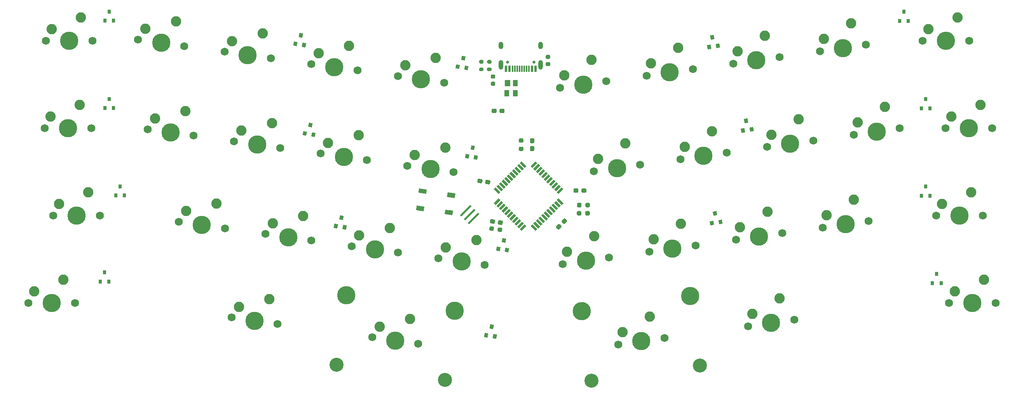
<source format=gbr>
%TF.GenerationSoftware,KiCad,Pcbnew,(5.1.6-0-10_14)*%
%TF.CreationDate,2021-08-16T20:21:43-05:00*%
%TF.ProjectId,Adalyn,4164616c-796e-42e6-9b69-6361645f7063,rev?*%
%TF.SameCoordinates,Original*%
%TF.FileFunction,Soldermask,Bot*%
%TF.FilePolarity,Negative*%
%FSLAX46Y46*%
G04 Gerber Fmt 4.6, Leading zero omitted, Abs format (unit mm)*
G04 Created by KiCad (PCBNEW (5.1.6-0-10_14)) date 2021-08-16 20:21:43*
%MOMM*%
%LPD*%
G01*
G04 APERTURE LIST*
%ADD10C,2.250000*%
%ADD11C,3.987800*%
%ADD12C,1.750000*%
%ADD13C,3.048000*%
%ADD14R,1.000000X1.400000*%
%ADD15R,1.200000X1.400000*%
%ADD16R,0.600000X1.450000*%
%ADD17R,0.300000X1.450000*%
%ADD18C,0.650000*%
%ADD19O,1.000000X2.100000*%
%ADD20O,1.000000X1.600000*%
%ADD21C,0.100000*%
%ADD22R,0.800000X0.900000*%
G04 APERTURE END LIST*
D10*
%TO.C,MX19*%
X121476247Y-113186426D03*
D11*
X118253967Y-117863488D03*
D10*
X114834545Y-114817958D03*
D12*
X113223405Y-117156489D03*
X123284529Y-118570487D03*
D13*
X105491464Y-123123481D03*
X129072222Y-126437540D03*
D11*
X107612462Y-108031795D03*
X131193220Y-111345855D03*
%TD*%
D10*
%TO.C,MX26*%
X173677038Y-112629259D03*
D11*
X171868756Y-118013320D03*
D10*
X167742335Y-116028289D03*
D12*
X166838194Y-118720319D03*
X176899318Y-117306321D03*
D13*
X161050501Y-126587372D03*
X184631259Y-123273313D03*
D11*
X158929503Y-111495687D03*
X182510261Y-108181627D03*
%TD*%
%TO.C,R101*%
G36*
G01*
X139024578Y-57512762D02*
X138474578Y-57512762D01*
G75*
G02*
X138274578Y-57312762I0J200000D01*
G01*
X138274578Y-56912762D01*
G75*
G02*
X138474578Y-56712762I200000J0D01*
G01*
X139024578Y-56712762D01*
G75*
G02*
X139224578Y-56912762I0J-200000D01*
G01*
X139224578Y-57312762D01*
G75*
G02*
X139024578Y-57512762I-200000J0D01*
G01*
G37*
G36*
G01*
X139024578Y-59162762D02*
X138474578Y-59162762D01*
G75*
G02*
X138274578Y-58962762I0J200000D01*
G01*
X138274578Y-58562762D01*
G75*
G02*
X138474578Y-58362762I200000J0D01*
G01*
X139024578Y-58362762D01*
G75*
G02*
X139224578Y-58562762I0J-200000D01*
G01*
X139224578Y-58962762D01*
G75*
G02*
X139024578Y-59162762I-200000J0D01*
G01*
G37*
%TD*%
D14*
%TO.C,U102*%
X142549578Y-63977762D03*
X144449578Y-63977762D03*
X144449578Y-61777762D03*
D15*
X142729578Y-61777762D03*
%TD*%
%TO.C,R102*%
G36*
G01*
X136714578Y-58372762D02*
X137264578Y-58372762D01*
G75*
G02*
X137464578Y-58572762I0J-200000D01*
G01*
X137464578Y-58972762D01*
G75*
G02*
X137264578Y-59172762I-200000J0D01*
G01*
X136714578Y-59172762D01*
G75*
G02*
X136514578Y-58972762I0J200000D01*
G01*
X136514578Y-58572762D01*
G75*
G02*
X136714578Y-58372762I200000J0D01*
G01*
G37*
G36*
G01*
X136714578Y-56722762D02*
X137264578Y-56722762D01*
G75*
G02*
X137464578Y-56922762I0J-200000D01*
G01*
X137464578Y-57322762D01*
G75*
G02*
X137264578Y-57522762I-200000J0D01*
G01*
X136714578Y-57522762D01*
G75*
G02*
X136514578Y-57322762I0J200000D01*
G01*
X136514578Y-56922762D01*
G75*
G02*
X136714578Y-56722762I200000J0D01*
G01*
G37*
%TD*%
%TO.C,L101*%
G36*
G01*
X151785828Y-56480262D02*
X151273328Y-56480262D01*
G75*
G02*
X151054578Y-56261512I0J218750D01*
G01*
X151054578Y-55824012D01*
G75*
G02*
X151273328Y-55605262I218750J0D01*
G01*
X151785828Y-55605262D01*
G75*
G02*
X152004578Y-55824012I0J-218750D01*
G01*
X152004578Y-56261512D01*
G75*
G02*
X151785828Y-56480262I-218750J0D01*
G01*
G37*
G36*
G01*
X151785828Y-58055262D02*
X151273328Y-58055262D01*
G75*
G02*
X151054578Y-57836512I0J218750D01*
G01*
X151054578Y-57399012D01*
G75*
G02*
X151273328Y-57180262I218750J0D01*
G01*
X151785828Y-57180262D01*
G75*
G02*
X152004578Y-57399012I0J-218750D01*
G01*
X152004578Y-57836512D01*
G75*
G02*
X151785828Y-58055262I-218750J0D01*
G01*
G37*
%TD*%
%TO.C,F101*%
G36*
G01*
X139313328Y-61457762D02*
X139825828Y-61457762D01*
G75*
G02*
X140044578Y-61676512I0J-218750D01*
G01*
X140044578Y-62114012D01*
G75*
G02*
X139825828Y-62332762I-218750J0D01*
G01*
X139313328Y-62332762D01*
G75*
G02*
X139094578Y-62114012I0J218750D01*
G01*
X139094578Y-61676512D01*
G75*
G02*
X139313328Y-61457762I218750J0D01*
G01*
G37*
G36*
G01*
X139313328Y-59882762D02*
X139825828Y-59882762D01*
G75*
G02*
X140044578Y-60101512I0J-218750D01*
G01*
X140044578Y-60539012D01*
G75*
G02*
X139825828Y-60757762I-218750J0D01*
G01*
X139313328Y-60757762D01*
G75*
G02*
X139094578Y-60539012I0J218750D01*
G01*
X139094578Y-60101512D01*
G75*
G02*
X139313328Y-59882762I218750J0D01*
G01*
G37*
%TD*%
D16*
%TO.C,USB101*%
X148829099Y-58665796D03*
X142379099Y-58665796D03*
X148054099Y-58665796D03*
X143154099Y-58665796D03*
D17*
X143854099Y-58665796D03*
X147354099Y-58665796D03*
X144354099Y-58665796D03*
X146854099Y-58665796D03*
X144854099Y-58665796D03*
X146354099Y-58665796D03*
X145854099Y-58665796D03*
X145354099Y-58665796D03*
D18*
X148494099Y-57220796D03*
X142714099Y-57220796D03*
D19*
X141284099Y-57750796D03*
X149924099Y-57750796D03*
D20*
X141284099Y-53570796D03*
X149924099Y-53570796D03*
%TD*%
D21*
%TO.C,SW1*%
G36*
X131375578Y-85798712D02*
G01*
X131236405Y-86788980D01*
X129552950Y-86552386D01*
X129692123Y-85562118D01*
X131375578Y-85798712D01*
G37*
G36*
X125136889Y-84921921D02*
G01*
X124997716Y-85912189D01*
X123314261Y-85675595D01*
X123453434Y-84685327D01*
X125136889Y-84921921D01*
G37*
G36*
X130846721Y-89561731D02*
G01*
X130707548Y-90551999D01*
X129024093Y-90315405D01*
X129163266Y-89325137D01*
X130846721Y-89561731D01*
G37*
G36*
X124608032Y-88684940D02*
G01*
X124468859Y-89675208D01*
X122785404Y-89438614D01*
X122924577Y-88448346D01*
X124608032Y-88684940D01*
G37*
%TD*%
%TO.C,U101*%
G36*
X153828249Y-85903061D02*
G01*
X153439341Y-85514153D01*
X154500001Y-84453493D01*
X154888909Y-84842401D01*
X153828249Y-85903061D01*
G37*
G36*
X153262563Y-85337376D02*
G01*
X152873655Y-84948468D01*
X153934315Y-83887808D01*
X154323223Y-84276716D01*
X153262563Y-85337376D01*
G37*
G36*
X152696878Y-84771691D02*
G01*
X152307970Y-84382783D01*
X153368630Y-83322123D01*
X153757538Y-83711031D01*
X152696878Y-84771691D01*
G37*
G36*
X152131193Y-84206005D02*
G01*
X151742285Y-83817097D01*
X152802945Y-82756437D01*
X153191853Y-83145345D01*
X152131193Y-84206005D01*
G37*
G36*
X151565507Y-83640320D02*
G01*
X151176599Y-83251412D01*
X152237259Y-82190752D01*
X152626167Y-82579660D01*
X151565507Y-83640320D01*
G37*
G36*
X150999822Y-83074634D02*
G01*
X150610914Y-82685726D01*
X151671574Y-81625066D01*
X152060482Y-82013974D01*
X150999822Y-83074634D01*
G37*
G36*
X150434136Y-82508949D02*
G01*
X150045228Y-82120041D01*
X151105888Y-81059381D01*
X151494796Y-81448289D01*
X150434136Y-82508949D01*
G37*
G36*
X149868451Y-81943263D02*
G01*
X149479543Y-81554355D01*
X150540203Y-80493695D01*
X150929111Y-80882603D01*
X149868451Y-81943263D01*
G37*
G36*
X149302765Y-81377578D02*
G01*
X148913857Y-80988670D01*
X149974517Y-79928010D01*
X150363425Y-80316918D01*
X149302765Y-81377578D01*
G37*
G36*
X148737080Y-80811893D02*
G01*
X148348172Y-80422985D01*
X149408832Y-79362325D01*
X149797740Y-79751233D01*
X148737080Y-80811893D01*
G37*
G36*
X148171395Y-80246207D02*
G01*
X147782487Y-79857299D01*
X148843147Y-78796639D01*
X149232055Y-79185547D01*
X148171395Y-80246207D01*
G37*
G36*
X146827891Y-79857299D02*
G01*
X146438983Y-80246207D01*
X145378323Y-79185547D01*
X145767231Y-78796639D01*
X146827891Y-79857299D01*
G37*
G36*
X146262206Y-80422985D02*
G01*
X145873298Y-80811893D01*
X144812638Y-79751233D01*
X145201546Y-79362325D01*
X146262206Y-80422985D01*
G37*
G36*
X145696521Y-80988670D02*
G01*
X145307613Y-81377578D01*
X144246953Y-80316918D01*
X144635861Y-79928010D01*
X145696521Y-80988670D01*
G37*
G36*
X145130835Y-81554355D02*
G01*
X144741927Y-81943263D01*
X143681267Y-80882603D01*
X144070175Y-80493695D01*
X145130835Y-81554355D01*
G37*
G36*
X144565150Y-82120041D02*
G01*
X144176242Y-82508949D01*
X143115582Y-81448289D01*
X143504490Y-81059381D01*
X144565150Y-82120041D01*
G37*
G36*
X143999464Y-82685726D02*
G01*
X143610556Y-83074634D01*
X142549896Y-82013974D01*
X142938804Y-81625066D01*
X143999464Y-82685726D01*
G37*
G36*
X143433779Y-83251412D02*
G01*
X143044871Y-83640320D01*
X141984211Y-82579660D01*
X142373119Y-82190752D01*
X143433779Y-83251412D01*
G37*
G36*
X142868093Y-83817097D02*
G01*
X142479185Y-84206005D01*
X141418525Y-83145345D01*
X141807433Y-82756437D01*
X142868093Y-83817097D01*
G37*
G36*
X142302408Y-84382783D02*
G01*
X141913500Y-84771691D01*
X140852840Y-83711031D01*
X141241748Y-83322123D01*
X142302408Y-84382783D01*
G37*
G36*
X141736723Y-84948468D02*
G01*
X141347815Y-85337376D01*
X140287155Y-84276716D01*
X140676063Y-83887808D01*
X141736723Y-84948468D01*
G37*
G36*
X141171037Y-85514153D02*
G01*
X140782129Y-85903061D01*
X139721469Y-84842401D01*
X140110377Y-84453493D01*
X141171037Y-85514153D01*
G37*
G36*
X140110377Y-88307225D02*
G01*
X139721469Y-87918317D01*
X140782129Y-86857657D01*
X141171037Y-87246565D01*
X140110377Y-88307225D01*
G37*
G36*
X140676063Y-88872910D02*
G01*
X140287155Y-88484002D01*
X141347815Y-87423342D01*
X141736723Y-87812250D01*
X140676063Y-88872910D01*
G37*
G36*
X141241748Y-89438595D02*
G01*
X140852840Y-89049687D01*
X141913500Y-87989027D01*
X142302408Y-88377935D01*
X141241748Y-89438595D01*
G37*
G36*
X141807433Y-90004281D02*
G01*
X141418525Y-89615373D01*
X142479185Y-88554713D01*
X142868093Y-88943621D01*
X141807433Y-90004281D01*
G37*
G36*
X142373119Y-90569966D02*
G01*
X141984211Y-90181058D01*
X143044871Y-89120398D01*
X143433779Y-89509306D01*
X142373119Y-90569966D01*
G37*
G36*
X142938804Y-91135652D02*
G01*
X142549896Y-90746744D01*
X143610556Y-89686084D01*
X143999464Y-90074992D01*
X142938804Y-91135652D01*
G37*
G36*
X143504490Y-91701337D02*
G01*
X143115582Y-91312429D01*
X144176242Y-90251769D01*
X144565150Y-90640677D01*
X143504490Y-91701337D01*
G37*
G36*
X144070175Y-92267023D02*
G01*
X143681267Y-91878115D01*
X144741927Y-90817455D01*
X145130835Y-91206363D01*
X144070175Y-92267023D01*
G37*
G36*
X144635861Y-92832708D02*
G01*
X144246953Y-92443800D01*
X145307613Y-91383140D01*
X145696521Y-91772048D01*
X144635861Y-92832708D01*
G37*
G36*
X145201546Y-93398393D02*
G01*
X144812638Y-93009485D01*
X145873298Y-91948825D01*
X146262206Y-92337733D01*
X145201546Y-93398393D01*
G37*
G36*
X145767231Y-93964079D02*
G01*
X145378323Y-93575171D01*
X146438983Y-92514511D01*
X146827891Y-92903419D01*
X145767231Y-93964079D01*
G37*
G36*
X149232055Y-93575171D02*
G01*
X148843147Y-93964079D01*
X147782487Y-92903419D01*
X148171395Y-92514511D01*
X149232055Y-93575171D01*
G37*
G36*
X149797740Y-93009485D02*
G01*
X149408832Y-93398393D01*
X148348172Y-92337733D01*
X148737080Y-91948825D01*
X149797740Y-93009485D01*
G37*
G36*
X150363425Y-92443800D02*
G01*
X149974517Y-92832708D01*
X148913857Y-91772048D01*
X149302765Y-91383140D01*
X150363425Y-92443800D01*
G37*
G36*
X150929111Y-91878115D02*
G01*
X150540203Y-92267023D01*
X149479543Y-91206363D01*
X149868451Y-90817455D01*
X150929111Y-91878115D01*
G37*
G36*
X151494796Y-91312429D02*
G01*
X151105888Y-91701337D01*
X150045228Y-90640677D01*
X150434136Y-90251769D01*
X151494796Y-91312429D01*
G37*
G36*
X152060482Y-90746744D02*
G01*
X151671574Y-91135652D01*
X150610914Y-90074992D01*
X150999822Y-89686084D01*
X152060482Y-90746744D01*
G37*
G36*
X152626167Y-90181058D02*
G01*
X152237259Y-90569966D01*
X151176599Y-89509306D01*
X151565507Y-89120398D01*
X152626167Y-90181058D01*
G37*
G36*
X153191853Y-89615373D02*
G01*
X152802945Y-90004281D01*
X151742285Y-88943621D01*
X152131193Y-88554713D01*
X153191853Y-89615373D01*
G37*
G36*
X153757538Y-89049687D02*
G01*
X153368630Y-89438595D01*
X152307970Y-88377935D01*
X152696878Y-87989027D01*
X153757538Y-89049687D01*
G37*
G36*
X154323223Y-88484002D02*
G01*
X153934315Y-88872910D01*
X152873655Y-87812250D01*
X153262563Y-87423342D01*
X154323223Y-88484002D01*
G37*
G36*
X154888909Y-87918317D02*
G01*
X154500001Y-88307225D01*
X153439341Y-87246565D01*
X153828249Y-86857657D01*
X154888909Y-87918317D01*
G37*
%TD*%
%TO.C,Y1*%
G36*
X134022228Y-92251142D02*
G01*
X136284969Y-89988401D01*
X136567812Y-90271244D01*
X134305071Y-92533985D01*
X134022228Y-92251142D01*
G37*
G36*
X133173700Y-91402614D02*
G01*
X135436441Y-89139873D01*
X135719284Y-89422716D01*
X133456543Y-91685457D01*
X133173700Y-91402614D01*
G37*
G36*
X132325172Y-90554086D02*
G01*
X134587913Y-88291345D01*
X134870756Y-88574188D01*
X132608015Y-90836929D01*
X132325172Y-90554086D01*
G37*
%TD*%
%TO.C,R5*%
G36*
G01*
X145917078Y-74755262D02*
X145442078Y-74755262D01*
G75*
G02*
X145204578Y-74517762I0J237500D01*
G01*
X145204578Y-74017762D01*
G75*
G02*
X145442078Y-73780262I237500J0D01*
G01*
X145917078Y-73780262D01*
G75*
G02*
X146154578Y-74017762I0J-237500D01*
G01*
X146154578Y-74517762D01*
G75*
G02*
X145917078Y-74755262I-237500J0D01*
G01*
G37*
G36*
G01*
X145917078Y-76580262D02*
X145442078Y-76580262D01*
G75*
G02*
X145204578Y-76342762I0J237500D01*
G01*
X145204578Y-75842762D01*
G75*
G02*
X145442078Y-75605262I237500J0D01*
G01*
X145917078Y-75605262D01*
G75*
G02*
X146154578Y-75842762I0J-237500D01*
G01*
X146154578Y-76342762D01*
G75*
G02*
X145917078Y-76580262I-237500J0D01*
G01*
G37*
%TD*%
%TO.C,R4*%
G36*
G01*
X140549302Y-93882001D02*
X140615409Y-93411623D01*
G75*
G02*
X140883652Y-93209488I235189J-33054D01*
G01*
X141378786Y-93279075D01*
G75*
G02*
X141580921Y-93547318I-33054J-235189D01*
G01*
X141514813Y-94017695D01*
G75*
G02*
X141246570Y-94219830I-235189J33054D01*
G01*
X140751436Y-94150243D01*
G75*
G02*
X140549301Y-93882000I33054J235189D01*
G01*
G37*
G36*
G01*
X138742062Y-93628011D02*
X138808169Y-93157633D01*
G75*
G02*
X139076412Y-92955498I235189J-33054D01*
G01*
X139571546Y-93025085D01*
G75*
G02*
X139773681Y-93293328I-33054J-235189D01*
G01*
X139707573Y-93763705D01*
G75*
G02*
X139439330Y-93965840I-235189J33054D01*
G01*
X138944196Y-93896253D01*
G75*
G02*
X138742061Y-93628010I33054J235189D01*
G01*
G37*
%TD*%
%TO.C,R3*%
G36*
G01*
X159681273Y-88589710D02*
X159681273Y-88114710D01*
G75*
G02*
X159918773Y-87877210I237500J0D01*
G01*
X160418773Y-87877210D01*
G75*
G02*
X160656273Y-88114710I0J-237500D01*
G01*
X160656273Y-88589710D01*
G75*
G02*
X160418773Y-88827210I-237500J0D01*
G01*
X159918773Y-88827210D01*
G75*
G02*
X159681273Y-88589710I0J237500D01*
G01*
G37*
G36*
G01*
X157856273Y-88589710D02*
X157856273Y-88114710D01*
G75*
G02*
X158093773Y-87877210I237500J0D01*
G01*
X158593773Y-87877210D01*
G75*
G02*
X158831273Y-88114710I0J-237500D01*
G01*
X158831273Y-88589710D01*
G75*
G02*
X158593773Y-88827210I-237500J0D01*
G01*
X158093773Y-88827210D01*
G75*
G02*
X157856273Y-88589710I0J237500D01*
G01*
G37*
%TD*%
%TO.C,R2*%
G36*
G01*
X159657772Y-90367709D02*
X159657772Y-89892709D01*
G75*
G02*
X159895272Y-89655209I237500J0D01*
G01*
X160395272Y-89655209D01*
G75*
G02*
X160632772Y-89892709I0J-237500D01*
G01*
X160632772Y-90367709D01*
G75*
G02*
X160395272Y-90605209I-237500J0D01*
G01*
X159895272Y-90605209D01*
G75*
G02*
X159657772Y-90367709I0J237500D01*
G01*
G37*
G36*
G01*
X157832772Y-90367709D02*
X157832772Y-89892709D01*
G75*
G02*
X158070272Y-89655209I237500J0D01*
G01*
X158570272Y-89655209D01*
G75*
G02*
X158807772Y-89892709I0J-237500D01*
G01*
X158807772Y-90367709D01*
G75*
G02*
X158570272Y-90605209I-237500J0D01*
G01*
X158070272Y-90605209D01*
G75*
G02*
X157832772Y-90367709I0J237500D01*
G01*
G37*
%TD*%
%TO.C,C101*%
G36*
G01*
X158819277Y-85414709D02*
X158819277Y-84939709D01*
G75*
G02*
X159056777Y-84702209I237500J0D01*
G01*
X159656777Y-84702209D01*
G75*
G02*
X159894277Y-84939709I0J-237500D01*
G01*
X159894277Y-85414709D01*
G75*
G02*
X159656777Y-85652209I-237500J0D01*
G01*
X159056777Y-85652209D01*
G75*
G02*
X158819277Y-85414709I0J237500D01*
G01*
G37*
G36*
G01*
X157094277Y-85414709D02*
X157094277Y-84939709D01*
G75*
G02*
X157331777Y-84702209I237500J0D01*
G01*
X157931777Y-84702209D01*
G75*
G02*
X158169277Y-84939709I0J-237500D01*
G01*
X158169277Y-85414709D01*
G75*
G02*
X157931777Y-85652209I-237500J0D01*
G01*
X157331777Y-85652209D01*
G75*
G02*
X157094277Y-85414709I0J237500D01*
G01*
G37*
%TD*%
%TO.C,C6*%
G36*
G01*
X154898616Y-92399403D02*
X154562740Y-92063527D01*
G75*
G02*
X154562740Y-91727651I167938J167938D01*
G01*
X154987004Y-91303387D01*
G75*
G02*
X155322880Y-91303387I167938J-167938D01*
G01*
X155658756Y-91639263D01*
G75*
G02*
X155658756Y-91975139I-167938J-167938D01*
G01*
X155234492Y-92399403D01*
G75*
G02*
X154898616Y-92399403I-167938J167938D01*
G01*
G37*
G36*
G01*
X153678856Y-93619163D02*
X153342980Y-93283287D01*
G75*
G02*
X153342980Y-92947411I167938J167938D01*
G01*
X153767244Y-92523147D01*
G75*
G02*
X154103120Y-92523147I167938J-167938D01*
G01*
X154438996Y-92859023D01*
G75*
G02*
X154438996Y-93194899I-167938J-167938D01*
G01*
X154014732Y-93619163D01*
G75*
G02*
X153678856Y-93619163I-167938J167938D01*
G01*
G37*
%TD*%
%TO.C,C5*%
G36*
G01*
X140334578Y-67570262D02*
X140334578Y-68045262D01*
G75*
G02*
X140097078Y-68282762I-237500J0D01*
G01*
X139497078Y-68282762D01*
G75*
G02*
X139259578Y-68045262I0J237500D01*
G01*
X139259578Y-67570262D01*
G75*
G02*
X139497078Y-67332762I237500J0D01*
G01*
X140097078Y-67332762D01*
G75*
G02*
X140334578Y-67570262I0J-237500D01*
G01*
G37*
G36*
G01*
X142059578Y-67570262D02*
X142059578Y-68045262D01*
G75*
G02*
X141822078Y-68282762I-237500J0D01*
G01*
X141222078Y-68282762D01*
G75*
G02*
X140984578Y-68045262I0J237500D01*
G01*
X140984578Y-67570262D01*
G75*
G02*
X141222078Y-67332762I237500J0D01*
G01*
X141822078Y-67332762D01*
G75*
G02*
X142059578Y-67570262I0J-237500D01*
G01*
G37*
%TD*%
%TO.C,C4*%
G36*
G01*
X148317775Y-74845710D02*
X147842775Y-74845710D01*
G75*
G02*
X147605275Y-74608210I0J237500D01*
G01*
X147605275Y-74008210D01*
G75*
G02*
X147842775Y-73770710I237500J0D01*
G01*
X148317775Y-73770710D01*
G75*
G02*
X148555275Y-74008210I0J-237500D01*
G01*
X148555275Y-74608210D01*
G75*
G02*
X148317775Y-74845710I-237500J0D01*
G01*
G37*
G36*
G01*
X148317775Y-76570710D02*
X147842775Y-76570710D01*
G75*
G02*
X147605275Y-76333210I0J237500D01*
G01*
X147605275Y-75733210D01*
G75*
G02*
X147842775Y-75495710I237500J0D01*
G01*
X148317775Y-75495710D01*
G75*
G02*
X148555275Y-75733210I0J-237500D01*
G01*
X148555275Y-76333210D01*
G75*
G02*
X148317775Y-76570710I-237500J0D01*
G01*
G37*
%TD*%
%TO.C,C2*%
G36*
G01*
X137263907Y-82924942D02*
X137197800Y-83395320D01*
G75*
G02*
X136929557Y-83597455I-235189J33054D01*
G01*
X136335396Y-83513951D01*
G75*
G02*
X136133261Y-83245708I33054J235189D01*
G01*
X136199368Y-82775330D01*
G75*
G02*
X136467611Y-82573195I235189J-33054D01*
G01*
X137061772Y-82656699D01*
G75*
G02*
X137263907Y-82924942I-33054J-235189D01*
G01*
G37*
G36*
G01*
X138972119Y-83165016D02*
X138906012Y-83635394D01*
G75*
G02*
X138637769Y-83837529I-235189J33054D01*
G01*
X138043608Y-83754025D01*
G75*
G02*
X137841473Y-83485782I33054J235189D01*
G01*
X137907580Y-83015404D01*
G75*
G02*
X138175823Y-82813269I235189J-33054D01*
G01*
X138769984Y-82896773D01*
G75*
G02*
X138972119Y-83165016I-33054J-235189D01*
G01*
G37*
%TD*%
%TO.C,C1*%
G36*
G01*
X140009599Y-91754790D02*
X139943492Y-92225168D01*
G75*
G02*
X139675249Y-92427303I-235189J33054D01*
G01*
X139081088Y-92343799D01*
G75*
G02*
X138878953Y-92075556I33054J235189D01*
G01*
X138945060Y-91605178D01*
G75*
G02*
X139213303Y-91403043I235189J-33054D01*
G01*
X139807464Y-91486547D01*
G75*
G02*
X140009599Y-91754790I-33054J-235189D01*
G01*
G37*
G36*
G01*
X141717811Y-91994864D02*
X141651704Y-92465242D01*
G75*
G02*
X141383461Y-92667377I-235189J33054D01*
G01*
X140789300Y-92583873D01*
G75*
G02*
X140587165Y-92315630I33054J235189D01*
G01*
X140653272Y-91845252D01*
G75*
G02*
X140921515Y-91643117I235189J-33054D01*
G01*
X141515676Y-91726621D01*
G75*
G02*
X141717811Y-91994864I-33054J-235189D01*
G01*
G37*
%TD*%
%TO.C,D118*%
G36*
X142256054Y-96539454D02*
G01*
X141463840Y-96428115D01*
X141589096Y-95536874D01*
X142381310Y-95648213D01*
X142256054Y-96539454D01*
G37*
G36*
X141036953Y-98387776D02*
G01*
X140244739Y-98276437D01*
X140369995Y-97385196D01*
X141162209Y-97496535D01*
X141036953Y-98387776D01*
G37*
G36*
X142918463Y-98652205D02*
G01*
X142126249Y-98540866D01*
X142251505Y-97649625D01*
X143043719Y-97760964D01*
X142918463Y-98652205D01*
G37*
%TD*%
D10*
%TO.C,MX30*%
X201973943Y-108652387D03*
D11*
X200165661Y-114036448D03*
D10*
X196039240Y-112051417D03*
D12*
X195135099Y-114743447D03*
X205196223Y-113329449D03*
%TD*%
D22*
%TO.C,D117*%
X236216181Y-103349227D03*
X235266181Y-105349227D03*
X237166181Y-105349227D03*
%TD*%
D21*
%TO.C,D116*%
G36*
X139611381Y-115357292D02*
G01*
X138819167Y-115245953D01*
X138944423Y-114354712D01*
X139736637Y-114466051D01*
X139611381Y-115357292D01*
G37*
G36*
X138392280Y-117205614D02*
G01*
X137600066Y-117094275D01*
X137725322Y-116203034D01*
X138517536Y-116314373D01*
X138392280Y-117205614D01*
G37*
G36*
X140273790Y-117470043D02*
G01*
X139481576Y-117358704D01*
X139606832Y-116467463D01*
X140399046Y-116578802D01*
X140273790Y-117470043D01*
G37*
%TD*%
D22*
%TO.C,D115*%
X54916811Y-103009652D03*
X53966811Y-105009652D03*
X55866811Y-105009652D03*
%TD*%
%TO.C,D114*%
X233834929Y-84299226D03*
X232884929Y-86299226D03*
X234784929Y-86299226D03*
%TD*%
D21*
%TO.C,D113*%
G36*
X188361190Y-90550275D02*
G01*
X187568976Y-90661614D01*
X187443720Y-89770373D01*
X188235934Y-89659034D01*
X188361190Y-90550275D01*
G37*
G36*
X187698781Y-92663026D02*
G01*
X186906567Y-92774365D01*
X186781311Y-91883124D01*
X187573525Y-91771785D01*
X187698781Y-92663026D01*
G37*
G36*
X189580291Y-92398597D02*
G01*
X188788077Y-92509936D01*
X188662821Y-91618695D01*
X189455035Y-91507356D01*
X189580291Y-92398597D01*
G37*
%TD*%
%TO.C,D112*%
G36*
X106884917Y-91568364D02*
G01*
X106092703Y-91457025D01*
X106217959Y-90565784D01*
X107010173Y-90677123D01*
X106884917Y-91568364D01*
G37*
G36*
X105665816Y-93416686D02*
G01*
X104873602Y-93305347D01*
X104998858Y-92414106D01*
X105791072Y-92525445D01*
X105665816Y-93416686D01*
G37*
G36*
X107547326Y-93681115D02*
G01*
X106755112Y-93569776D01*
X106880368Y-92678535D01*
X107672582Y-92789874D01*
X107547326Y-93681115D01*
G37*
%TD*%
D22*
%TO.C,D111*%
X58297818Y-84251999D03*
X57347818Y-86251999D03*
X59247818Y-86251999D03*
%TD*%
%TO.C,D110*%
X233834927Y-65249229D03*
X232884927Y-67249229D03*
X234784927Y-67249229D03*
%TD*%
D21*
%TO.C,D109*%
G36*
X195142240Y-70360048D02*
G01*
X194350026Y-70471387D01*
X194224770Y-69580146D01*
X195016984Y-69468807D01*
X195142240Y-70360048D01*
G37*
G36*
X194479831Y-72472799D02*
G01*
X193687617Y-72584138D01*
X193562361Y-71692897D01*
X194354575Y-71581558D01*
X194479831Y-72472799D01*
G37*
G36*
X196361341Y-72208370D02*
G01*
X195569127Y-72319709D01*
X195443871Y-71428468D01*
X196236085Y-71317129D01*
X196361341Y-72208370D01*
G37*
%TD*%
%TO.C,D108*%
G36*
X135474999Y-76349226D02*
G01*
X134682785Y-76237887D01*
X134808041Y-75346646D01*
X135600255Y-75457985D01*
X135474999Y-76349226D01*
G37*
G36*
X134255898Y-78197548D02*
G01*
X133463684Y-78086209D01*
X133588940Y-77194968D01*
X134381154Y-77306307D01*
X134255898Y-78197548D01*
G37*
G36*
X136137408Y-78461977D02*
G01*
X135345194Y-78350638D01*
X135470450Y-77459397D01*
X136262664Y-77570736D01*
X136137408Y-78461977D01*
G37*
%TD*%
%TO.C,D107*%
G36*
X100103861Y-71378138D02*
G01*
X99311647Y-71266799D01*
X99436903Y-70375558D01*
X100229117Y-70486897D01*
X100103861Y-71378138D01*
G37*
G36*
X98884760Y-73226460D02*
G01*
X98092546Y-73115121D01*
X98217802Y-72223880D01*
X99010016Y-72335219D01*
X98884760Y-73226460D01*
G37*
G36*
X100766270Y-73490889D02*
G01*
X99974056Y-73379550D01*
X100099312Y-72488309D01*
X100891526Y-72599648D01*
X100766270Y-73490889D01*
G37*
%TD*%
D22*
%TO.C,D106*%
X55916566Y-65202001D03*
X54966566Y-67202001D03*
X56866566Y-67202001D03*
%TD*%
%TO.C,D105*%
X229072429Y-46199230D03*
X228122429Y-48199230D03*
X230022429Y-48199230D03*
%TD*%
D21*
%TO.C,D104*%
G36*
X187774847Y-52158254D02*
G01*
X186982633Y-52269593D01*
X186857377Y-51378352D01*
X187649591Y-51267013D01*
X187774847Y-52158254D01*
G37*
G36*
X187112438Y-54271005D02*
G01*
X186320224Y-54382344D01*
X186194968Y-53491103D01*
X186987182Y-53379764D01*
X187112438Y-54271005D01*
G37*
G36*
X188993948Y-54006576D02*
G01*
X188201734Y-54117915D01*
X188076478Y-53226674D01*
X188868692Y-53115335D01*
X188993948Y-54006576D01*
G37*
%TD*%
%TO.C,D103*%
G36*
X133410095Y-56821804D02*
G01*
X132617881Y-56710465D01*
X132743137Y-55819224D01*
X133535351Y-55930563D01*
X133410095Y-56821804D01*
G37*
G36*
X132190994Y-58670126D02*
G01*
X131398780Y-58558787D01*
X131524036Y-57667546D01*
X132316250Y-57778885D01*
X132190994Y-58670126D01*
G37*
G36*
X134072504Y-58934555D02*
G01*
X133280290Y-58823216D01*
X133405546Y-57931975D01*
X134197760Y-58043314D01*
X134072504Y-58934555D01*
G37*
%TD*%
%TO.C,D102*%
G36*
X98038958Y-51850714D02*
G01*
X97246744Y-51739375D01*
X97372000Y-50848134D01*
X98164214Y-50959473D01*
X98038958Y-51850714D01*
G37*
G36*
X96819857Y-53699036D02*
G01*
X96027643Y-53587697D01*
X96152899Y-52696456D01*
X96945113Y-52807795D01*
X96819857Y-53699036D01*
G37*
G36*
X98701367Y-53963465D02*
G01*
X97909153Y-53852126D01*
X98034409Y-52960885D01*
X98826623Y-53072224D01*
X98701367Y-53963465D01*
G37*
%TD*%
D22*
%TO.C,D101*%
X55916566Y-46152002D03*
X54966566Y-48152002D03*
X56866566Y-48152002D03*
%TD*%
D10*
%TO.C,MX38*%
X243693100Y-85525798D03*
D11*
X241153100Y-90605798D03*
D10*
X237343100Y-88065798D03*
D12*
X236073100Y-90605798D03*
X246233100Y-90605798D03*
%TD*%
D10*
%TO.C,MX37*%
X245788600Y-66475795D03*
D11*
X243248600Y-71555795D03*
D10*
X239438600Y-69015795D03*
D12*
X238168600Y-71555795D03*
X248328600Y-71555795D03*
%TD*%
D10*
%TO.C,MX36*%
X240740348Y-47425797D03*
D11*
X238200348Y-52505797D03*
D10*
X234390348Y-49965797D03*
D12*
X233120348Y-52505797D03*
X243280348Y-52505797D03*
%TD*%
D10*
%TO.C,MX35*%
X246550597Y-104575797D03*
D11*
X244010597Y-109655797D03*
D10*
X240200597Y-107115797D03*
D12*
X238930597Y-109655797D03*
X249090597Y-109655797D03*
%TD*%
D10*
%TO.C,MX34*%
X218187304Y-87136535D03*
D11*
X216379022Y-92520596D03*
D10*
X212252601Y-90535565D03*
D12*
X211348460Y-93227595D03*
X221409584Y-91813597D03*
%TD*%
D10*
%TO.C,MX33*%
X224968359Y-66946306D03*
D11*
X223160077Y-72330367D03*
D10*
X219033656Y-70345336D03*
D12*
X218129515Y-73037366D03*
X228190639Y-71623368D03*
%TD*%
D10*
%TO.C,MX32*%
X217600962Y-48744509D03*
D11*
X215792680Y-54128570D03*
D10*
X211666259Y-52143539D03*
D12*
X210762118Y-54835569D03*
X220823242Y-53421571D03*
%TD*%
D10*
%TO.C,MX29*%
X199322700Y-89787778D03*
D11*
X197514418Y-95171839D03*
D10*
X193387997Y-93186808D03*
D12*
X192483856Y-95878838D03*
X202544980Y-94464840D03*
%TD*%
D10*
%TO.C,MX28*%
X206103750Y-69597552D03*
D11*
X204295468Y-74981613D03*
D10*
X200169047Y-72996582D03*
D12*
X199264906Y-75688612D03*
X209326030Y-74274614D03*
%TD*%
D10*
%TO.C,MX27*%
X198736352Y-51395753D03*
D11*
X196928070Y-56779814D03*
D10*
X192801649Y-54794783D03*
D12*
X191897508Y-57486813D03*
X201958632Y-56072815D03*
%TD*%
D10*
%TO.C,MX25*%
X180458090Y-92439030D03*
D11*
X178649808Y-97823091D03*
D10*
X174523387Y-95838060D03*
D12*
X173619246Y-98530090D03*
X183680370Y-97116092D03*
%TD*%
D10*
%TO.C,MX24*%
X187239146Y-72248801D03*
D11*
X185430864Y-77632862D03*
D10*
X181304443Y-75647831D03*
D12*
X180400302Y-78339861D03*
X190461426Y-76925863D03*
%TD*%
D10*
%TO.C,MX23*%
X179871751Y-54047006D03*
D11*
X178063469Y-59431067D03*
D10*
X173937048Y-57446036D03*
D12*
X173032907Y-60138066D03*
X183094031Y-58724068D03*
%TD*%
D10*
%TO.C,MX22*%
X161593486Y-95090275D03*
D11*
X159785204Y-100474336D03*
D10*
X155658783Y-98489305D03*
D12*
X154754642Y-101181335D03*
X164815766Y-99767337D03*
%TD*%
D10*
%TO.C,MX21*%
X168374538Y-74900047D03*
D11*
X166566256Y-80284108D03*
D10*
X162439835Y-78299077D03*
D12*
X161535694Y-80991107D03*
X171596818Y-79577109D03*
%TD*%
D10*
%TO.C,MX20*%
X161007141Y-56698250D03*
D11*
X159198859Y-62082311D03*
D10*
X155072438Y-60097280D03*
D12*
X154168297Y-62789310D03*
X164229421Y-61375312D03*
%TD*%
D10*
%TO.C,MX18*%
X135917872Y-95978849D03*
D11*
X132695592Y-100655911D03*
D10*
X129276170Y-97610381D03*
D12*
X127665030Y-99948912D03*
X137726154Y-101362910D03*
%TD*%
D10*
%TO.C,MX17*%
X129136816Y-75788624D03*
D11*
X125914536Y-80465686D03*
D10*
X122495114Y-77420156D03*
D12*
X120883974Y-79758687D03*
X130945098Y-81172685D03*
%TD*%
D10*
%TO.C,MX16*%
X127071913Y-56261201D03*
D11*
X123849633Y-60938263D03*
D10*
X120430211Y-57892733D03*
D12*
X118819071Y-60231264D03*
X128880195Y-61645262D03*
%TD*%
D10*
%TO.C,MX15*%
X90821260Y-108878154D03*
D11*
X87598980Y-113555216D03*
D10*
X84179558Y-110509686D03*
D12*
X82568418Y-112848217D03*
X92629542Y-114262215D03*
%TD*%
D10*
%TO.C,MX13*%
X117053264Y-93327605D03*
D11*
X113830984Y-98004667D03*
D10*
X110411562Y-94959137D03*
D12*
X108800422Y-97297668D03*
X118861546Y-98711666D03*
%TD*%
D10*
%TO.C,MX12*%
X110272212Y-73137372D03*
D11*
X107049932Y-77814434D03*
D10*
X103630510Y-74768904D03*
D12*
X102019370Y-77107435D03*
X112080494Y-78521433D03*
%TD*%
D10*
%TO.C,MX11*%
X108207306Y-53609953D03*
D11*
X104985026Y-58287015D03*
D10*
X101565604Y-55241485D03*
D12*
X99954464Y-57580016D03*
X110015588Y-58994014D03*
%TD*%
D10*
%TO.C,MX10*%
X45954097Y-104575795D03*
D11*
X43414097Y-109655795D03*
D10*
X39604097Y-107115795D03*
D12*
X38334097Y-109655795D03*
X48494097Y-109655795D03*
%TD*%
D10*
%TO.C,MX9*%
X98188657Y-90676359D03*
D11*
X94966377Y-95353421D03*
D10*
X91546955Y-92307891D03*
D12*
X89935815Y-94646422D03*
X99996939Y-96060420D03*
%TD*%
D10*
%TO.C,MX8*%
X91407604Y-70486128D03*
D11*
X88185324Y-75163190D03*
D10*
X84765902Y-72117660D03*
D12*
X83154762Y-74456191D03*
X93215886Y-75870189D03*
%TD*%
D10*
%TO.C,MX7*%
X89342699Y-50958710D03*
D11*
X86120419Y-55635772D03*
D10*
X82700997Y-52590242D03*
D12*
X81089857Y-54928773D03*
X91150981Y-56342771D03*
%TD*%
D10*
%TO.C,MX6*%
X79324053Y-88025105D03*
D11*
X76101773Y-92702167D03*
D10*
X72682351Y-89656637D03*
D12*
X71071211Y-91995168D03*
X81132335Y-93409166D03*
%TD*%
D10*
%TO.C,MX5*%
X72542998Y-67834877D03*
D11*
X69320718Y-72511939D03*
D10*
X65901296Y-69466409D03*
D12*
X64290156Y-71804940D03*
X74351280Y-73218938D03*
%TD*%
D10*
%TO.C,MX4*%
X70478093Y-48307457D03*
D11*
X67255813Y-52984519D03*
D10*
X63836391Y-49938989D03*
D12*
X62225251Y-52277520D03*
X72286375Y-53691518D03*
%TD*%
D10*
%TO.C,MX3*%
X51383349Y-85525792D03*
D11*
X48843349Y-90605792D03*
D10*
X45033349Y-88065792D03*
D12*
X43763349Y-90605792D03*
X53923349Y-90605792D03*
%TD*%
D10*
%TO.C,MX2*%
X49478345Y-66475792D03*
D11*
X46938345Y-71555792D03*
D10*
X43128345Y-69015792D03*
D12*
X41858345Y-71555792D03*
X52018345Y-71555792D03*
%TD*%
D10*
%TO.C,MX1*%
X49764098Y-47425797D03*
D11*
X47224098Y-52505797D03*
D10*
X43414098Y-49965797D03*
D12*
X42144098Y-52505797D03*
X52304098Y-52505797D03*
%TD*%
M02*

</source>
